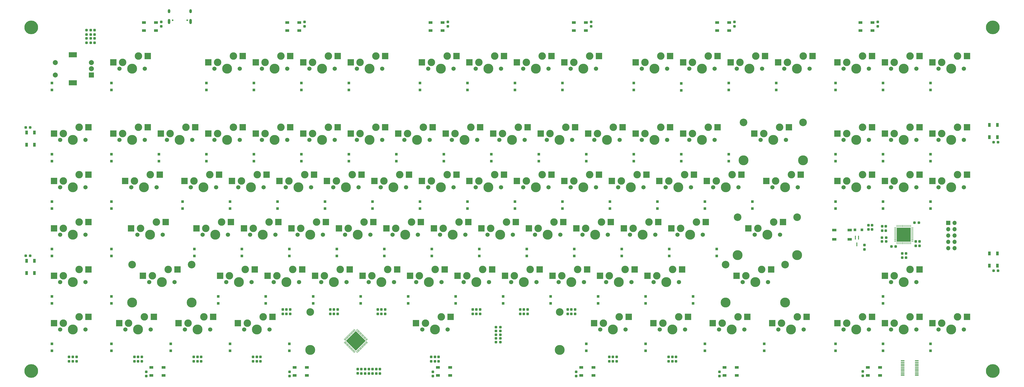
<source format=gbr>
%TF.GenerationSoftware,KiCad,Pcbnew,(6.0.4)*%
%TF.CreationDate,2022-07-07T12:58:29-04:00*%
%TF.ProjectId,Uranium,5572616e-6975-46d2-9e6b-696361645f70,rev?*%
%TF.SameCoordinates,Original*%
%TF.FileFunction,Soldermask,Bot*%
%TF.FilePolarity,Negative*%
%FSLAX46Y46*%
G04 Gerber Fmt 4.6, Leading zero omitted, Abs format (unit mm)*
G04 Created by KiCad (PCBNEW (6.0.4)) date 2022-07-07 12:58:29*
%MOMM*%
%LPD*%
G01*
G04 APERTURE LIST*
G04 Aperture macros list*
%AMRoundRect*
0 Rectangle with rounded corners*
0 $1 Rounding radius*
0 $2 $3 $4 $5 $6 $7 $8 $9 X,Y pos of 4 corners*
0 Add a 4 corners polygon primitive as box body*
4,1,4,$2,$3,$4,$5,$6,$7,$8,$9,$2,$3,0*
0 Add four circle primitives for the rounded corners*
1,1,$1+$1,$2,$3*
1,1,$1+$1,$4,$5*
1,1,$1+$1,$6,$7*
1,1,$1+$1,$8,$9*
0 Add four rect primitives between the rounded corners*
20,1,$1+$1,$2,$3,$4,$5,0*
20,1,$1+$1,$4,$5,$6,$7,0*
20,1,$1+$1,$6,$7,$8,$9,0*
20,1,$1+$1,$8,$9,$2,$3,0*%
%AMRotRect*
0 Rectangle, with rotation*
0 The origin of the aperture is its center*
0 $1 length*
0 $2 width*
0 $3 Rotation angle, in degrees counterclockwise*
0 Add horizontal line*
21,1,$1,$2,0,0,$3*%
G04 Aperture macros list end*
%ADD10C,3.000000*%
%ADD11C,1.701800*%
%ADD12C,3.987800*%
%ADD13R,2.550000X2.500000*%
%ADD14C,3.048000*%
%ADD15C,3.600000*%
%ADD16C,5.500000*%
%ADD17R,1.700000X1.700000*%
%ADD18O,1.700000X1.700000*%
%ADD19R,2.000000X2.000000*%
%ADD20C,2.000000*%
%ADD21R,3.200000X2.000000*%
%ADD22C,0.650000*%
%ADD23O,1.000000X1.600000*%
%ADD24O,1.000000X2.100000*%
%ADD25R,1.100000X1.100000*%
%ADD26RoundRect,0.237500X-0.237500X0.287500X-0.237500X-0.287500X0.237500X-0.287500X0.237500X0.287500X0*%
%ADD27RoundRect,0.237500X-0.287500X-0.237500X0.287500X-0.237500X0.287500X0.237500X-0.287500X0.237500X0*%
%ADD28RoundRect,0.237500X0.237500X-0.287500X0.237500X0.287500X-0.237500X0.287500X-0.237500X-0.287500X0*%
%ADD29R,1.500000X1.000000*%
%ADD30RoundRect,0.237500X0.287500X0.237500X-0.287500X0.237500X-0.287500X-0.237500X0.287500X-0.237500X0*%
%ADD31RoundRect,0.100000X0.637500X0.100000X-0.637500X0.100000X-0.637500X-0.100000X0.637500X-0.100000X0*%
%ADD32R,1.000000X1.500000*%
%ADD33RotRect,0.200000X0.850000X45.000000*%
%ADD34RotRect,0.200000X0.850000X135.000000*%
%ADD35RotRect,5.550000X5.550000X135.000000*%
%ADD36R,1.800000X1.100000*%
%ADD37RoundRect,0.062500X-0.375000X-0.062500X0.375000X-0.062500X0.375000X0.062500X-0.375000X0.062500X0*%
%ADD38RoundRect,0.062500X-0.062500X-0.375000X0.062500X-0.375000X0.062500X0.375000X-0.062500X0.375000X0*%
%ADD39R,5.600000X5.600000*%
%ADD40R,0.450000X1.500000*%
G04 APERTURE END LIST*
D10*
%TO.C,K62*%
X469265000Y-209232500D03*
D11*
X471805000Y-214312500D03*
D10*
X462915000Y-211772500D03*
D12*
X466725000Y-214312500D03*
D11*
X461645000Y-214312500D03*
D13*
X473015000Y-209232500D03*
X459165000Y-211772500D03*
%TD*%
D12*
%TO.C,K83*%
X326231250Y-252412500D03*
D10*
X328771250Y-247332500D03*
X322421250Y-249872500D03*
D11*
X321151250Y-252412500D03*
X331311250Y-252412500D03*
D13*
X332521250Y-247332500D03*
X318671250Y-249872500D03*
%TD*%
D11*
%TO.C,K42*%
X428942500Y-195262500D03*
D10*
X420052500Y-192722500D03*
X426402500Y-190182500D03*
D11*
X418782500Y-195262500D03*
D12*
X423862500Y-195262500D03*
D13*
X430152500Y-190182500D03*
X416302500Y-192722500D03*
%TD*%
D11*
%TO.C,K81*%
X271145000Y-252412500D03*
D12*
X276225000Y-252412500D03*
D11*
X281305000Y-252412500D03*
D10*
X278765000Y-247332500D03*
X272415000Y-249872500D03*
D13*
X282515000Y-247332500D03*
X268665000Y-249872500D03*
%TD*%
D12*
%TO.C,K2*%
X338137500Y-147637500D03*
D11*
X333057500Y-147637500D03*
D10*
X340677500Y-142557500D03*
X334327500Y-145097500D03*
D11*
X343217500Y-147637500D03*
D13*
X344427500Y-142557500D03*
X330577500Y-145097500D03*
%TD*%
D11*
%TO.C,K71*%
X386080000Y-233362500D03*
D10*
X383540000Y-228282500D03*
D12*
X381000000Y-233362500D03*
D10*
X377190000Y-230822500D03*
D11*
X375920000Y-233362500D03*
D13*
X387290000Y-228282500D03*
X373440000Y-230822500D03*
%TD*%
D11*
%TO.C,K31*%
X552132500Y-176212500D03*
X562292500Y-176212500D03*
D12*
X545274500Y-184467500D03*
D10*
X553402500Y-173672500D03*
X559752500Y-171132500D03*
D14*
X569150500Y-169227500D03*
X545274500Y-169227500D03*
D12*
X569150500Y-184467500D03*
X557212500Y-176212500D03*
D13*
X563502500Y-171132500D03*
X549652500Y-173672500D03*
%TD*%
D10*
%TO.C,K3*%
X353377500Y-145097500D03*
D11*
X352107500Y-147637500D03*
D12*
X357187500Y-147637500D03*
D10*
X359727500Y-142557500D03*
D11*
X362267500Y-147637500D03*
D13*
X363477500Y-142557500D03*
X349627500Y-145097500D03*
%TD*%
D11*
%TO.C,K12*%
X542607500Y-147637500D03*
D10*
X543877500Y-145097500D03*
D12*
X547687500Y-147637500D03*
D10*
X550227500Y-142557500D03*
D11*
X552767500Y-147637500D03*
D13*
X553977500Y-142557500D03*
X540127500Y-145097500D03*
%TD*%
D10*
%TO.C,K45*%
X483552500Y-190182500D03*
X477202500Y-192722500D03*
D12*
X481012500Y-195262500D03*
D11*
X475932500Y-195262500D03*
X486092500Y-195262500D03*
D13*
X487302500Y-190182500D03*
X473452500Y-192722500D03*
%TD*%
D10*
%TO.C,K41*%
X401002500Y-192722500D03*
D11*
X399732500Y-195262500D03*
D12*
X404812500Y-195262500D03*
D10*
X407352500Y-190182500D03*
D11*
X409892500Y-195262500D03*
D13*
X411102500Y-190182500D03*
X397252500Y-192722500D03*
%TD*%
D12*
%TO.C,K28*%
X490537500Y-176212500D03*
D11*
X485457500Y-176212500D03*
X495617500Y-176212500D03*
D10*
X493077500Y-171132500D03*
X486727500Y-173672500D03*
D13*
X496827500Y-171132500D03*
X482977500Y-173672500D03*
%TD*%
D12*
%TO.C,K44*%
X461962500Y-195262500D03*
D10*
X464502500Y-190182500D03*
X458152500Y-192722500D03*
D11*
X467042500Y-195262500D03*
X456882500Y-195262500D03*
D13*
X468252500Y-190182500D03*
X454402500Y-192722500D03*
%TD*%
D11*
%TO.C,K4*%
X371157500Y-147637500D03*
D12*
X376237500Y-147637500D03*
D10*
X372427500Y-145097500D03*
D11*
X381317500Y-147637500D03*
D10*
X378777500Y-142557500D03*
D13*
X382527500Y-142557500D03*
X368677500Y-145097500D03*
%TD*%
D15*
%TO.C,H3*%
X259556250Y-269081250D03*
D16*
X259556250Y-269081250D03*
%TD*%
D11*
%TO.C,K74*%
X433070000Y-233362500D03*
D12*
X438150000Y-233362500D03*
D10*
X440690000Y-228282500D03*
X434340000Y-230822500D03*
D11*
X443230000Y-233362500D03*
D13*
X444440000Y-228282500D03*
X430590000Y-230822500D03*
%TD*%
D10*
%TO.C,K9*%
X483552500Y-142557500D03*
D11*
X475932500Y-147637500D03*
D12*
X481012500Y-147637500D03*
D11*
X486092500Y-147637500D03*
D10*
X477202500Y-145097500D03*
D13*
X487302500Y-142557500D03*
X473452500Y-145097500D03*
%TD*%
D15*
%TO.C,H4*%
X645318750Y-269081250D03*
D16*
X645318750Y-269081250D03*
%TD*%
D11*
%TO.C,K90*%
X585470000Y-252412500D03*
D10*
X593090000Y-247332500D03*
D12*
X590550000Y-252412500D03*
D11*
X595630000Y-252412500D03*
D10*
X586740000Y-249872500D03*
D13*
X596840000Y-247332500D03*
X582990000Y-249872500D03*
%TD*%
D17*
%TO.C,J1*%
X627459375Y-209550000D03*
D18*
X629999375Y-209550000D03*
X627459375Y-212090000D03*
X629999375Y-212090000D03*
X627459375Y-214630000D03*
X629999375Y-214630000D03*
X627459375Y-217170000D03*
X629999375Y-217170000D03*
X627459375Y-219710000D03*
X629999375Y-219710000D03*
%TD*%
D11*
%TO.C,K36*%
X299720000Y-195262500D03*
X309880000Y-195262500D03*
D12*
X304800000Y-195262500D03*
D10*
X300990000Y-192722500D03*
X307340000Y-190182500D03*
D13*
X311090000Y-190182500D03*
X297240000Y-192722500D03*
%TD*%
D10*
%TO.C,K49*%
X564515000Y-190182500D03*
D11*
X567055000Y-195262500D03*
X556895000Y-195262500D03*
D10*
X558165000Y-192722500D03*
D12*
X561975000Y-195262500D03*
D13*
X568265000Y-190182500D03*
X554415000Y-192722500D03*
%TD*%
D12*
%TO.C,K6*%
X423862500Y-147637500D03*
D10*
X420052500Y-145097500D03*
D11*
X428942500Y-147637500D03*
D10*
X426402500Y-142557500D03*
D11*
X418782500Y-147637500D03*
D13*
X430152500Y-142557500D03*
X416302500Y-145097500D03*
%TD*%
D10*
%TO.C,K19*%
X315277500Y-173672500D03*
X321627500Y-171132500D03*
D11*
X324167500Y-176212500D03*
X314007500Y-176212500D03*
D12*
X319087500Y-176212500D03*
D13*
X325377500Y-171132500D03*
X311527500Y-173672500D03*
%TD*%
D12*
%TO.C,K87*%
X516731250Y-252412500D03*
D11*
X521811250Y-252412500D03*
D10*
X512921250Y-249872500D03*
D11*
X511651250Y-252412500D03*
D10*
X519271250Y-247332500D03*
D13*
X523021250Y-247332500D03*
X509171250Y-249872500D03*
%TD*%
D10*
%TO.C,K80*%
X612140000Y-228282500D03*
D11*
X604520000Y-233362500D03*
D10*
X605790000Y-230822500D03*
D12*
X609600000Y-233362500D03*
D11*
X614680000Y-233362500D03*
D13*
X615890000Y-228282500D03*
X602040000Y-230822500D03*
%TD*%
D10*
%TO.C,K47*%
X515302500Y-192722500D03*
X521652500Y-190182500D03*
D11*
X524192500Y-195262500D03*
X514032500Y-195262500D03*
D12*
X519112500Y-195262500D03*
D13*
X525402500Y-190182500D03*
X511552500Y-192722500D03*
%TD*%
D10*
%TO.C,K14*%
X593090000Y-142557500D03*
D11*
X595630000Y-147637500D03*
D12*
X590550000Y-147637500D03*
D10*
X586740000Y-145097500D03*
D11*
X585470000Y-147637500D03*
D13*
X596840000Y-142557500D03*
X582990000Y-145097500D03*
%TD*%
D10*
%TO.C,K66*%
X551021250Y-211772500D03*
X557371250Y-209232500D03*
D11*
X559911250Y-214312500D03*
D14*
X542893250Y-207327500D03*
D12*
X566769250Y-222567500D03*
D14*
X566769250Y-207327500D03*
D11*
X549751250Y-214312500D03*
D12*
X542893250Y-222567500D03*
X554831250Y-214312500D03*
D13*
X561121250Y-209232500D03*
X547271250Y-211772500D03*
%TD*%
D10*
%TO.C,K91*%
X605790000Y-249872500D03*
D11*
X614680000Y-252412500D03*
D12*
X609600000Y-252412500D03*
D11*
X604520000Y-252412500D03*
D10*
X612140000Y-247332500D03*
D13*
X615890000Y-247332500D03*
X602040000Y-249872500D03*
%TD*%
D16*
%TO.C,H2*%
X645318750Y-130968750D03*
D15*
X645318750Y-130968750D03*
%TD*%
D12*
%TO.C,K56*%
X352425000Y-214312500D03*
D10*
X354965000Y-209232500D03*
D11*
X357505000Y-214312500D03*
X347345000Y-214312500D03*
D10*
X348615000Y-211772500D03*
D13*
X358715000Y-209232500D03*
X344865000Y-211772500D03*
%TD*%
D10*
%TO.C,K78*%
X516890000Y-228282500D03*
X510540000Y-230822500D03*
D11*
X509270000Y-233362500D03*
X519430000Y-233362500D03*
D12*
X514350000Y-233362500D03*
D13*
X520640000Y-228282500D03*
X506790000Y-230822500D03*
%TD*%
D10*
%TO.C,K54*%
X309721250Y-209232500D03*
D11*
X312261250Y-214312500D03*
X302101250Y-214312500D03*
D12*
X307181250Y-214312500D03*
D10*
X303371250Y-211772500D03*
D13*
X313471250Y-209232500D03*
X299621250Y-211772500D03*
%TD*%
D11*
%TO.C,K67*%
X281305000Y-233362500D03*
X271145000Y-233362500D03*
D10*
X272415000Y-230822500D03*
D12*
X276225000Y-233362500D03*
D10*
X278765000Y-228282500D03*
D13*
X282515000Y-228282500D03*
X268665000Y-230822500D03*
%TD*%
D11*
%TO.C,K15*%
X604520000Y-147637500D03*
D10*
X605790000Y-145097500D03*
D11*
X614680000Y-147637500D03*
D10*
X612140000Y-142557500D03*
D12*
X609600000Y-147637500D03*
D13*
X615890000Y-142557500D03*
X602040000Y-145097500D03*
%TD*%
D15*
%TO.C,H1*%
X259556250Y-130968750D03*
D16*
X259556250Y-130968750D03*
%TD*%
D10*
%TO.C,K38*%
X343852500Y-192722500D03*
X350202500Y-190182500D03*
D11*
X352742500Y-195262500D03*
X342582500Y-195262500D03*
D12*
X347662500Y-195262500D03*
D13*
X353952500Y-190182500D03*
X340102500Y-192722500D03*
%TD*%
D12*
%TO.C,K69*%
X342900000Y-233362500D03*
D10*
X345440000Y-228282500D03*
D11*
X337820000Y-233362500D03*
X347980000Y-233362500D03*
D10*
X339090000Y-230822500D03*
D13*
X349190000Y-228282500D03*
X335340000Y-230822500D03*
%TD*%
D10*
%TO.C,K51*%
X605790000Y-192722500D03*
X612140000Y-190182500D03*
D11*
X614680000Y-195262500D03*
D12*
X609600000Y-195262500D03*
D11*
X604520000Y-195262500D03*
D13*
X615890000Y-190182500D03*
X602040000Y-192722500D03*
%TD*%
D10*
%TO.C,K29*%
X505777500Y-173672500D03*
D11*
X514667500Y-176212500D03*
X504507500Y-176212500D03*
D10*
X512127500Y-171132500D03*
D12*
X509587500Y-176212500D03*
D13*
X515877500Y-171132500D03*
X502027500Y-173672500D03*
%TD*%
D12*
%TO.C,K23*%
X395287500Y-176212500D03*
D11*
X390207500Y-176212500D03*
D10*
X397827500Y-171132500D03*
D11*
X400367500Y-176212500D03*
D10*
X391477500Y-173672500D03*
D13*
X401577500Y-171132500D03*
X387727500Y-173672500D03*
%TD*%
D10*
%TO.C,K55*%
X335915000Y-209232500D03*
X329565000Y-211772500D03*
D11*
X338455000Y-214312500D03*
X328295000Y-214312500D03*
D12*
X333375000Y-214312500D03*
D13*
X339665000Y-209232500D03*
X325815000Y-211772500D03*
%TD*%
D10*
%TO.C,K70*%
X364490000Y-228282500D03*
D11*
X367030000Y-233362500D03*
X356870000Y-233362500D03*
D12*
X361950000Y-233362500D03*
D10*
X358140000Y-230822500D03*
D13*
X368240000Y-228282500D03*
X354390000Y-230822500D03*
%TD*%
D10*
%TO.C,K68*%
X314483750Y-228282500D03*
X308133750Y-230822500D03*
D12*
X300005750Y-241617500D03*
X311943750Y-233362500D03*
D11*
X306863750Y-233362500D03*
X317023750Y-233362500D03*
D14*
X300005750Y-226377500D03*
X323881750Y-226377500D03*
D12*
X323881750Y-241617500D03*
D13*
X318233750Y-228282500D03*
X304383750Y-230822500D03*
%TD*%
D12*
%TO.C,K8*%
X461962500Y-147637500D03*
D10*
X464502500Y-142557500D03*
D11*
X467042500Y-147637500D03*
D10*
X458152500Y-145097500D03*
D11*
X456882500Y-147637500D03*
D13*
X468252500Y-142557500D03*
X454402500Y-145097500D03*
%TD*%
D12*
%TO.C,K58*%
X390525000Y-214312500D03*
D10*
X386715000Y-211772500D03*
D11*
X385445000Y-214312500D03*
X395605000Y-214312500D03*
D10*
X393065000Y-209232500D03*
D13*
X396815000Y-209232500D03*
X382965000Y-211772500D03*
%TD*%
D19*
%TO.C,SW2*%
X283725000Y-150137500D03*
D20*
X283725000Y-145137500D03*
X283725000Y-147637500D03*
D21*
X276225000Y-142037500D03*
X276225000Y-153237500D03*
D20*
X269225000Y-145137500D03*
X269225000Y-150137500D03*
%TD*%
D10*
%TO.C,K40*%
X381952500Y-192722500D03*
X388302500Y-190182500D03*
D11*
X380682500Y-195262500D03*
D12*
X385762500Y-195262500D03*
D11*
X390842500Y-195262500D03*
D13*
X392052500Y-190182500D03*
X378202500Y-192722500D03*
%TD*%
D10*
%TO.C,K20*%
X334327500Y-173672500D03*
D11*
X333057500Y-176212500D03*
D10*
X340677500Y-171132500D03*
D11*
X343217500Y-176212500D03*
D12*
X338137500Y-176212500D03*
D13*
X344427500Y-171132500D03*
X330577500Y-173672500D03*
%TD*%
D10*
%TO.C,K1*%
X296227500Y-145097500D03*
X302577500Y-142557500D03*
D11*
X305117500Y-147637500D03*
D12*
X300037500Y-147637500D03*
D11*
X294957500Y-147637500D03*
D13*
X306327500Y-142557500D03*
X292477500Y-145097500D03*
%TD*%
D10*
%TO.C,K59*%
X412115000Y-209232500D03*
D11*
X414655000Y-214312500D03*
D12*
X409575000Y-214312500D03*
D10*
X405765000Y-211772500D03*
D11*
X404495000Y-214312500D03*
D13*
X415865000Y-209232500D03*
X402015000Y-211772500D03*
%TD*%
D10*
%TO.C,K16*%
X631190000Y-142557500D03*
D11*
X633730000Y-147637500D03*
D12*
X628650000Y-147637500D03*
D11*
X623570000Y-147637500D03*
D10*
X624840000Y-145097500D03*
D13*
X634940000Y-142557500D03*
X621090000Y-145097500D03*
%TD*%
D10*
%TO.C,K21*%
X353377500Y-173672500D03*
D11*
X352107500Y-176212500D03*
D12*
X357187500Y-176212500D03*
D10*
X359727500Y-171132500D03*
D11*
X362267500Y-176212500D03*
D13*
X363477500Y-171132500D03*
X349627500Y-173672500D03*
%TD*%
D22*
%TO.C,J2*%
X316310000Y-128100000D03*
X322090000Y-128100000D03*
D23*
X314880000Y-124450000D03*
D24*
X314880000Y-128630000D03*
X323520000Y-128630000D03*
D23*
X323520000Y-124450000D03*
%TD*%
D11*
%TO.C,K25*%
X438467500Y-176212500D03*
D10*
X435927500Y-171132500D03*
D11*
X428307500Y-176212500D03*
D12*
X433387500Y-176212500D03*
D10*
X429577500Y-173672500D03*
D13*
X439677500Y-171132500D03*
X425827500Y-173672500D03*
%TD*%
D11*
%TO.C,K10*%
X514667500Y-147637500D03*
D12*
X509587500Y-147637500D03*
D10*
X512127500Y-142557500D03*
D11*
X504507500Y-147637500D03*
D10*
X505777500Y-145097500D03*
D13*
X515877500Y-142557500D03*
X502027500Y-145097500D03*
%TD*%
D10*
%TO.C,K61*%
X450215000Y-209232500D03*
D11*
X452755000Y-214312500D03*
X442595000Y-214312500D03*
D10*
X443865000Y-211772500D03*
D12*
X447675000Y-214312500D03*
D13*
X453965000Y-209232500D03*
X440115000Y-211772500D03*
%TD*%
D11*
%TO.C,K48*%
X543242500Y-195262500D03*
X533082500Y-195262500D03*
D10*
X540702500Y-190182500D03*
D12*
X538162500Y-195262500D03*
D10*
X534352500Y-192722500D03*
D13*
X544452500Y-190182500D03*
X530602500Y-192722500D03*
%TD*%
D10*
%TO.C,K7*%
X439102500Y-145097500D03*
D11*
X437832500Y-147637500D03*
D10*
X445452500Y-142557500D03*
D11*
X447992500Y-147637500D03*
D12*
X442912500Y-147637500D03*
D13*
X449202500Y-142557500D03*
X435352500Y-145097500D03*
%TD*%
D11*
%TO.C,K50*%
X585470000Y-195262500D03*
D12*
X590550000Y-195262500D03*
D10*
X593090000Y-190182500D03*
X586740000Y-192722500D03*
D11*
X595630000Y-195262500D03*
D13*
X596840000Y-190182500D03*
X582990000Y-192722500D03*
%TD*%
D10*
%TO.C,K33*%
X612140000Y-171132500D03*
X605790000Y-173672500D03*
D12*
X609600000Y-176212500D03*
D11*
X604520000Y-176212500D03*
X614680000Y-176212500D03*
D13*
X615890000Y-171132500D03*
X602040000Y-173672500D03*
%TD*%
D12*
%TO.C,K27*%
X471487500Y-176212500D03*
D10*
X474027500Y-171132500D03*
D11*
X476567500Y-176212500D03*
D10*
X467677500Y-173672500D03*
D11*
X466407500Y-176212500D03*
D13*
X477777500Y-171132500D03*
X463927500Y-173672500D03*
%TD*%
D10*
%TO.C,K77*%
X491490000Y-230822500D03*
X497840000Y-228282500D03*
D12*
X495300000Y-233362500D03*
D11*
X490220000Y-233362500D03*
X500380000Y-233362500D03*
D13*
X501590000Y-228282500D03*
X487740000Y-230822500D03*
%TD*%
D11*
%TO.C,K26*%
X447357500Y-176212500D03*
D10*
X448627500Y-173672500D03*
D12*
X452437500Y-176212500D03*
D11*
X457517500Y-176212500D03*
D10*
X454977500Y-171132500D03*
D13*
X458727500Y-171132500D03*
X444877500Y-173672500D03*
%TD*%
D12*
%TO.C,K84*%
X350043750Y-252412500D03*
D10*
X346233750Y-249872500D03*
D11*
X344963750Y-252412500D03*
D10*
X352583750Y-247332500D03*
D11*
X355123750Y-252412500D03*
D13*
X356333750Y-247332500D03*
X342483750Y-249872500D03*
%TD*%
D10*
%TO.C,K75*%
X453390000Y-230822500D03*
D12*
X457200000Y-233362500D03*
D11*
X462280000Y-233362500D03*
X452120000Y-233362500D03*
D10*
X459740000Y-228282500D03*
D13*
X463490000Y-228282500D03*
X449640000Y-230822500D03*
%TD*%
D10*
%TO.C,K18*%
X296227500Y-173672500D03*
D11*
X294957500Y-176212500D03*
X305117500Y-176212500D03*
D10*
X302577500Y-171132500D03*
D12*
X300037500Y-176212500D03*
D13*
X306327500Y-171132500D03*
X292477500Y-173672500D03*
%TD*%
D12*
%TO.C,K32*%
X590550000Y-176212500D03*
D11*
X595630000Y-176212500D03*
D10*
X586740000Y-173672500D03*
D11*
X585470000Y-176212500D03*
D10*
X593090000Y-171132500D03*
D13*
X596840000Y-171132500D03*
X582990000Y-173672500D03*
%TD*%
D11*
%TO.C,K52*%
X623570000Y-195262500D03*
X633730000Y-195262500D03*
D10*
X624840000Y-192722500D03*
D12*
X628650000Y-195262500D03*
D10*
X631190000Y-190182500D03*
D13*
X634940000Y-190182500D03*
X621090000Y-192722500D03*
%TD*%
D11*
%TO.C,K65*%
X518795000Y-214312500D03*
X528955000Y-214312500D03*
D10*
X526415000Y-209232500D03*
D12*
X523875000Y-214312500D03*
D10*
X520065000Y-211772500D03*
D13*
X530165000Y-209232500D03*
X516315000Y-211772500D03*
%TD*%
D10*
%TO.C,K43*%
X445452500Y-190182500D03*
D11*
X447992500Y-195262500D03*
D12*
X442912500Y-195262500D03*
D11*
X437832500Y-195262500D03*
D10*
X439102500Y-192722500D03*
D13*
X449202500Y-190182500D03*
X435352500Y-192722500D03*
%TD*%
D11*
%TO.C,K30*%
X523557500Y-176212500D03*
D12*
X528637500Y-176212500D03*
D10*
X531177500Y-171132500D03*
D11*
X533717500Y-176212500D03*
D10*
X524827500Y-173672500D03*
D13*
X534927500Y-171132500D03*
X521077500Y-173672500D03*
%TD*%
D11*
%TO.C,K73*%
X414020000Y-233362500D03*
D12*
X419100000Y-233362500D03*
D11*
X424180000Y-233362500D03*
D10*
X415290000Y-230822500D03*
X421640000Y-228282500D03*
D13*
X425390000Y-228282500D03*
X411540000Y-230822500D03*
%TD*%
D14*
%TO.C,K85*%
X471519250Y-245427500D03*
X371443250Y-245427500D03*
D11*
X416401250Y-252412500D03*
X426561250Y-252412500D03*
D10*
X424021250Y-247332500D03*
D12*
X371443250Y-260667500D03*
D10*
X417671250Y-249872500D03*
D12*
X421481250Y-252412500D03*
X471519250Y-260667500D03*
D13*
X427771250Y-247332500D03*
X413921250Y-249872500D03*
%TD*%
D11*
%TO.C,K63*%
X490855000Y-214312500D03*
D10*
X488315000Y-209232500D03*
X481965000Y-211772500D03*
D11*
X480695000Y-214312500D03*
D12*
X485775000Y-214312500D03*
D13*
X492065000Y-209232500D03*
X478215000Y-211772500D03*
%TD*%
D12*
%TO.C,K11*%
X528637500Y-147637500D03*
D10*
X531177500Y-142557500D03*
X524827500Y-145097500D03*
D11*
X523557500Y-147637500D03*
X533717500Y-147637500D03*
D13*
X534927500Y-142557500D03*
X521077500Y-145097500D03*
%TD*%
D11*
%TO.C,K24*%
X409257500Y-176212500D03*
D12*
X414337500Y-176212500D03*
D10*
X410527500Y-173672500D03*
X416877500Y-171132500D03*
D11*
X419417500Y-176212500D03*
D13*
X420627500Y-171132500D03*
X406777500Y-173672500D03*
%TD*%
D11*
%TO.C,K17*%
X281305000Y-176212500D03*
X271145000Y-176212500D03*
D10*
X272415000Y-173672500D03*
D12*
X276225000Y-176212500D03*
D10*
X278765000Y-171132500D03*
D13*
X282515000Y-171132500D03*
X268665000Y-173672500D03*
%TD*%
D10*
%TO.C,K34*%
X624840000Y-173672500D03*
X631190000Y-171132500D03*
D12*
X628650000Y-176212500D03*
D11*
X623570000Y-176212500D03*
X633730000Y-176212500D03*
D13*
X634940000Y-171132500D03*
X621090000Y-173672500D03*
%TD*%
D10*
%TO.C,K37*%
X324802500Y-192722500D03*
D11*
X323532500Y-195262500D03*
D12*
X328612500Y-195262500D03*
D10*
X331152500Y-190182500D03*
D11*
X333692500Y-195262500D03*
D13*
X334902500Y-190182500D03*
X321052500Y-192722500D03*
%TD*%
D12*
%TO.C,K57*%
X371475000Y-214312500D03*
D11*
X366395000Y-214312500D03*
X376555000Y-214312500D03*
D10*
X374015000Y-209232500D03*
X367665000Y-211772500D03*
D13*
X377765000Y-209232500D03*
X363915000Y-211772500D03*
%TD*%
D11*
%TO.C,K46*%
X505142500Y-195262500D03*
D12*
X500062500Y-195262500D03*
D11*
X494982500Y-195262500D03*
D10*
X496252500Y-192722500D03*
X502602500Y-190182500D03*
D13*
X506352500Y-190182500D03*
X492502500Y-192722500D03*
%TD*%
D10*
%TO.C,K39*%
X369252500Y-190182500D03*
X362902500Y-192722500D03*
D12*
X366712500Y-195262500D03*
D11*
X371792500Y-195262500D03*
X361632500Y-195262500D03*
D13*
X373002500Y-190182500D03*
X359152500Y-192722500D03*
%TD*%
D10*
%TO.C,K64*%
X501015000Y-211772500D03*
D12*
X504825000Y-214312500D03*
D11*
X499745000Y-214312500D03*
X509905000Y-214312500D03*
D10*
X507365000Y-209232500D03*
D13*
X511115000Y-209232500D03*
X497265000Y-211772500D03*
%TD*%
D12*
%TO.C,K72*%
X400050000Y-233362500D03*
D11*
X394970000Y-233362500D03*
D10*
X402590000Y-228282500D03*
D11*
X405130000Y-233362500D03*
D10*
X396240000Y-230822500D03*
D13*
X406340000Y-228282500D03*
X392490000Y-230822500D03*
%TD*%
D10*
%TO.C,K86*%
X489108750Y-249872500D03*
D11*
X497998750Y-252412500D03*
D10*
X495458750Y-247332500D03*
D12*
X492918750Y-252412500D03*
D11*
X487838750Y-252412500D03*
D13*
X499208750Y-247332500D03*
X485358750Y-249872500D03*
%TD*%
D10*
%TO.C,K13*%
X562927500Y-145097500D03*
D11*
X571817500Y-147637500D03*
D12*
X566737500Y-147637500D03*
D10*
X569277500Y-142557500D03*
D11*
X561657500Y-147637500D03*
D13*
X573027500Y-142557500D03*
X559177500Y-145097500D03*
%TD*%
D10*
%TO.C,K53*%
X272415000Y-211772500D03*
X278765000Y-209232500D03*
D11*
X281305000Y-214312500D03*
X271145000Y-214312500D03*
D12*
X276225000Y-214312500D03*
D13*
X282515000Y-209232500D03*
X268665000Y-211772500D03*
%TD*%
D10*
%TO.C,K22*%
X372427500Y-173672500D03*
D12*
X376237500Y-176212500D03*
D11*
X381317500Y-176212500D03*
X371157500Y-176212500D03*
D10*
X378777500Y-171132500D03*
D13*
X382527500Y-171132500D03*
X368677500Y-173672500D03*
%TD*%
D12*
%TO.C,K79*%
X562006750Y-241617500D03*
X550068750Y-233362500D03*
D11*
X544988750Y-233362500D03*
D14*
X538130750Y-226377500D03*
D12*
X538130750Y-241617500D03*
D11*
X555148750Y-233362500D03*
D10*
X552608750Y-228282500D03*
D14*
X562006750Y-226377500D03*
D10*
X546258750Y-230822500D03*
D13*
X556358750Y-228282500D03*
X542508750Y-230822500D03*
%TD*%
D11*
%TO.C,K92*%
X633730000Y-252412500D03*
X623570000Y-252412500D03*
D10*
X624840000Y-249872500D03*
D12*
X628650000Y-252412500D03*
D10*
X631190000Y-247332500D03*
D13*
X634940000Y-247332500D03*
X621090000Y-249872500D03*
%TD*%
D11*
%TO.C,K35*%
X281305000Y-195262500D03*
D12*
X276225000Y-195262500D03*
D11*
X271145000Y-195262500D03*
D10*
X272415000Y-192722500D03*
X278765000Y-190182500D03*
D13*
X282515000Y-190182500D03*
X268665000Y-192722500D03*
%TD*%
D10*
%TO.C,K88*%
X536733750Y-249872500D03*
X543083750Y-247332500D03*
D12*
X540543750Y-252412500D03*
D11*
X545623750Y-252412500D03*
X535463750Y-252412500D03*
D13*
X546833750Y-247332500D03*
X532983750Y-249872500D03*
%TD*%
D12*
%TO.C,K5*%
X395287500Y-147637500D03*
D11*
X390207500Y-147637500D03*
D10*
X397827500Y-142557500D03*
X391477500Y-145097500D03*
D11*
X400367500Y-147637500D03*
D13*
X401577500Y-142557500D03*
X387727500Y-145097500D03*
%TD*%
D11*
%TO.C,K82*%
X297338750Y-252412500D03*
D10*
X304958750Y-247332500D03*
X298608750Y-249872500D03*
D12*
X302418750Y-252412500D03*
D11*
X307498750Y-252412500D03*
D13*
X308708750Y-247332500D03*
X294858750Y-249872500D03*
%TD*%
D11*
%TO.C,K89*%
X569436250Y-252412500D03*
D10*
X560546250Y-249872500D03*
D11*
X559276250Y-252412500D03*
D12*
X564356250Y-252412500D03*
D10*
X566896250Y-247332500D03*
D13*
X570646250Y-247332500D03*
X556796250Y-249872500D03*
%TD*%
D12*
%TO.C,K60*%
X428625000Y-214312500D03*
D11*
X433705000Y-214312500D03*
X423545000Y-214312500D03*
D10*
X424815000Y-211772500D03*
X431165000Y-209232500D03*
D13*
X434915000Y-209232500D03*
X421065000Y-211772500D03*
%TD*%
D12*
%TO.C,K76*%
X476250000Y-233362500D03*
D10*
X472440000Y-230822500D03*
D11*
X471170000Y-233362500D03*
X481330000Y-233362500D03*
D10*
X478790000Y-228282500D03*
D13*
X482540000Y-228282500D03*
X468690000Y-230822500D03*
%TD*%
D25*
%TO.C,D75*%
X372665625Y-241906250D03*
X372665625Y-239106250D03*
%TD*%
%TO.C,D61*%
X363140625Y-222856250D03*
X363140625Y-220056250D03*
%TD*%
%TO.C,D23*%
X310753125Y-184756250D03*
X310753125Y-181956250D03*
%TD*%
D26*
%TO.C,C10*%
X615895000Y-217025000D03*
X615895000Y-218775000D03*
%TD*%
D25*
%TO.C,D9*%
X386953125Y-156181250D03*
X386953125Y-153381250D03*
%TD*%
%TO.C,D70*%
X534590625Y-222856250D03*
X534590625Y-220056250D03*
%TD*%
D27*
%TO.C,C31*%
X257383750Y-222810459D03*
X259133750Y-222810459D03*
%TD*%
D28*
%TO.C,R23*%
X302418750Y-265193750D03*
X302418750Y-263443750D03*
%TD*%
D25*
%TO.C,D31*%
X463153125Y-184756250D03*
X463153125Y-181956250D03*
%TD*%
%TO.C,D50*%
X491728125Y-203806250D03*
X491728125Y-201006250D03*
%TD*%
D26*
%TO.C,R7*%
X610500000Y-221825000D03*
X610500000Y-223575000D03*
%TD*%
D28*
%TO.C,R31*%
X363450000Y-246143750D03*
X363450000Y-244393750D03*
%TD*%
%TO.C,R47*%
X457200000Y-246143750D03*
X457200000Y-244393750D03*
%TD*%
%TO.C,C27*%
X478171309Y-271158750D03*
X478171309Y-269408750D03*
%TD*%
D26*
%TO.C,R6*%
X284997024Y-135425000D03*
X284997024Y-137175000D03*
%TD*%
D25*
%TO.C,D80*%
X467915625Y-241906250D03*
X467915625Y-239106250D03*
%TD*%
D28*
%TO.C,C28*%
X420681138Y-271158750D03*
X420681138Y-269408750D03*
%TD*%
%TO.C,R44*%
X438150000Y-246143750D03*
X438150000Y-244393750D03*
%TD*%
D29*
%TO.C,D198*%
X597076651Y-129071250D03*
X597076651Y-132271250D03*
X592176651Y-132271250D03*
X592176651Y-129071250D03*
%TD*%
D28*
%TO.C,R43*%
X439650000Y-246143750D03*
X439650000Y-244393750D03*
%TD*%
D30*
%TO.C,C18*%
X447775000Y-253000000D03*
X446025000Y-253000000D03*
%TD*%
D25*
%TO.C,D25*%
X348853125Y-184756250D03*
X348853125Y-181956250D03*
%TD*%
%TO.C,D71*%
X267890625Y-241906250D03*
X267890625Y-239106250D03*
%TD*%
D29*
%TO.C,D202*%
X367115967Y-129071250D03*
X367115967Y-132271250D03*
X362215967Y-132271250D03*
X362215967Y-129071250D03*
%TD*%
D25*
%TO.C,D92*%
X529828125Y-260956250D03*
X529828125Y-258156250D03*
%TD*%
%TO.C,D52*%
X529828125Y-203806250D03*
X529828125Y-201006250D03*
%TD*%
D28*
%TO.C,R39*%
X398543750Y-246143750D03*
X398543750Y-244393750D03*
%TD*%
D25*
%TO.C,D37*%
X601265625Y-184756250D03*
X601265625Y-181956250D03*
%TD*%
D30*
%TO.C,R16*%
X447775000Y-254500000D03*
X446025000Y-254500000D03*
%TD*%
D25*
%TO.C,D8*%
X367903125Y-156181250D03*
X367903125Y-153381250D03*
%TD*%
%TO.C,D78*%
X429815625Y-241906250D03*
X429815625Y-239106250D03*
%TD*%
D28*
%TO.C,R54*%
X491418750Y-265193750D03*
X491418750Y-263443750D03*
%TD*%
%TO.C,C21*%
X395000000Y-270087500D03*
X395000000Y-268337500D03*
%TD*%
%TO.C,R19*%
X277725000Y-265193750D03*
X277725000Y-263443750D03*
%TD*%
D25*
%TO.C,D36*%
X582215625Y-184756250D03*
X582215625Y-181956250D03*
%TD*%
%TO.C,D89*%
X363140625Y-260956250D03*
X363140625Y-258156250D03*
%TD*%
D28*
%TO.C,C25*%
X593176651Y-271058750D03*
X593176651Y-269308750D03*
%TD*%
D25*
%TO.C,D85*%
X267890625Y-260956250D03*
X267890625Y-258156250D03*
%TD*%
D28*
%TO.C,R42*%
X419981250Y-265193750D03*
X419981250Y-263443750D03*
%TD*%
%TO.C,R41*%
X421481250Y-265193750D03*
X421481250Y-263443750D03*
%TD*%
D25*
%TO.C,D73*%
X334565625Y-241906250D03*
X334565625Y-239106250D03*
%TD*%
D28*
%TO.C,C30*%
X305700796Y-271158750D03*
X305700796Y-269408750D03*
%TD*%
D25*
%TO.C,D81*%
X486965625Y-241906250D03*
X486965625Y-239106250D03*
%TD*%
D29*
%TO.C,D203*%
X309625796Y-129071250D03*
X309625796Y-132271250D03*
X304725796Y-132271250D03*
X304725796Y-129071250D03*
%TD*%
D25*
%TO.C,D28*%
X406003125Y-184756250D03*
X406003125Y-181956250D03*
%TD*%
%TO.C,D86*%
X291703125Y-260956250D03*
X291703125Y-258156250D03*
%TD*%
D30*
%TO.C,C40*%
X647396250Y-228785459D03*
X645646250Y-228785459D03*
%TD*%
D25*
%TO.C,D79*%
X448865625Y-241906250D03*
X448865625Y-239106250D03*
%TD*%
D31*
%TO.C,U1*%
X614843750Y-264965625D03*
X614843750Y-265615625D03*
X614843750Y-266265625D03*
X614843750Y-266915625D03*
X614843750Y-267565625D03*
X614843750Y-268215625D03*
X614843750Y-268865625D03*
X614843750Y-269515625D03*
X614843750Y-270165625D03*
X614843750Y-270815625D03*
X609118750Y-270815625D03*
X609118750Y-270165625D03*
X609118750Y-269515625D03*
X609118750Y-268865625D03*
X609118750Y-268215625D03*
X609118750Y-267565625D03*
X609118750Y-266915625D03*
X609118750Y-266265625D03*
X609118750Y-265615625D03*
X609118750Y-264965625D03*
%TD*%
D25*
%TO.C,D13*%
X472678125Y-156181250D03*
X472678125Y-153381250D03*
%TD*%
D29*
%TO.C,D192*%
X480221309Y-270883750D03*
X480221309Y-267683750D03*
X485121309Y-267683750D03*
X485121309Y-270883750D03*
%TD*%
D25*
%TO.C,D46*%
X415528125Y-203806250D03*
X415528125Y-201006250D03*
%TD*%
%TO.C,D1*%
X592787500Y-212359375D03*
X589987500Y-212359375D03*
%TD*%
D32*
%TO.C,D205*%
X647121250Y-226735459D03*
X643921250Y-226735459D03*
X643921250Y-221835459D03*
X647121250Y-221835459D03*
%TD*%
D28*
%TO.C,R18*%
X399400000Y-270087500D03*
X399400000Y-268337500D03*
%TD*%
%TO.C,C20*%
X397956250Y-270087500D03*
X397956250Y-268337500D03*
%TD*%
D25*
%TO.C,D83*%
X525065625Y-241906250D03*
X525065625Y-239106250D03*
%TD*%
D26*
%TO.C,C36*%
X426656138Y-128796250D03*
X426656138Y-130546250D03*
%TD*%
D25*
%TO.C,D38*%
X620315625Y-184756250D03*
X620315625Y-181956250D03*
%TD*%
%TO.C,D41*%
X320278125Y-203806250D03*
X320278125Y-201006250D03*
%TD*%
D33*
%TO.C,U5*%
X394178694Y-257484924D03*
X393895852Y-257767767D03*
X393613009Y-258050610D03*
X393330166Y-258333453D03*
X393047324Y-258616295D03*
X392764481Y-258899138D03*
X392481638Y-259181981D03*
X392198795Y-259464823D03*
X391915953Y-259747666D03*
X391633110Y-260030509D03*
X391350267Y-260313352D03*
X391067425Y-260596194D03*
X390784582Y-260879037D03*
X390501739Y-261161880D03*
X390218896Y-261444722D03*
D34*
X389299658Y-261444722D03*
X389016815Y-261161880D03*
X388733972Y-260879037D03*
X388451129Y-260596194D03*
X388168287Y-260313352D03*
X387885444Y-260030509D03*
X387602601Y-259747666D03*
X387319759Y-259464823D03*
X387036916Y-259181981D03*
X386754073Y-258899138D03*
X386471230Y-258616295D03*
X386188388Y-258333453D03*
X385905545Y-258050610D03*
X385622702Y-257767767D03*
X385339860Y-257484924D03*
D33*
X385339860Y-256565686D03*
X385622702Y-256282843D03*
X385905545Y-256000000D03*
X386188388Y-255717157D03*
X386471230Y-255434315D03*
X386754073Y-255151472D03*
X387036916Y-254868629D03*
X387319759Y-254585787D03*
X387602601Y-254302944D03*
X387885444Y-254020101D03*
X388168287Y-253737258D03*
X388451129Y-253454416D03*
X388733972Y-253171573D03*
X389016815Y-252888730D03*
X389299658Y-252605888D03*
D34*
X390218896Y-252605888D03*
X390501739Y-252888730D03*
X390784582Y-253171573D03*
X391067425Y-253454416D03*
X391350267Y-253737258D03*
X391633110Y-254020101D03*
X391915953Y-254302944D03*
X392198795Y-254585787D03*
X392481638Y-254868629D03*
X392764481Y-255151472D03*
X393047324Y-255434315D03*
X393330166Y-255717157D03*
X393613009Y-256000000D03*
X393895852Y-256282843D03*
X394178694Y-256565686D03*
D35*
X389759277Y-257025305D03*
%TD*%
D28*
%TO.C,C26*%
X535661480Y-271158750D03*
X535661480Y-269408750D03*
%TD*%
D25*
%TO.C,D20*%
X620315625Y-156181250D03*
X620315625Y-153381250D03*
%TD*%
%TO.C,D58*%
X291703125Y-222856250D03*
X291703125Y-220056250D03*
%TD*%
%TO.C,D82*%
X506015625Y-241906250D03*
X506015625Y-239106250D03*
%TD*%
%TO.C,D93*%
X553640625Y-260956250D03*
X553640625Y-258156250D03*
%TD*%
D26*
%TO.C,C35*%
X484146309Y-128796250D03*
X484146309Y-130546250D03*
%TD*%
D28*
%TO.C,R55*%
X518231250Y-265193750D03*
X518231250Y-263443750D03*
%TD*%
D30*
%TO.C,R4*%
X283472024Y-137200000D03*
X281722024Y-137200000D03*
%TD*%
D25*
%TO.C,D19*%
X601265625Y-156181250D03*
X601265625Y-153381250D03*
%TD*%
%TO.C,D87*%
X315515625Y-260956250D03*
X315515625Y-258156250D03*
%TD*%
D30*
%TO.C,C16*%
X602575000Y-217000000D03*
X600825000Y-217000000D03*
%TD*%
D28*
%TO.C,C12*%
X600900000Y-212675000D03*
X600900000Y-210925000D03*
%TD*%
%TO.C,C24*%
X390500000Y-270075000D03*
X390500000Y-268325000D03*
%TD*%
D25*
%TO.C,D60*%
X344090625Y-222856250D03*
X344090625Y-220056250D03*
%TD*%
%TO.C,D88*%
X339328125Y-260956250D03*
X339328125Y-258156250D03*
%TD*%
%TO.C,D65*%
X439340625Y-222856250D03*
X439340625Y-220056250D03*
%TD*%
D28*
%TO.C,R29*%
X350043750Y-265193750D03*
X350043750Y-263443750D03*
%TD*%
D25*
%TO.C,D39*%
X267890625Y-203806250D03*
X267890625Y-201006250D03*
%TD*%
%TO.C,D94*%
X582215625Y-260956250D03*
X582215625Y-258156250D03*
%TD*%
%TO.C,D44*%
X377428125Y-203806250D03*
X377428125Y-201006250D03*
%TD*%
%TO.C,D32*%
X482203125Y-184756250D03*
X482203125Y-181956250D03*
%TD*%
%TO.C,D6*%
X329803125Y-156181250D03*
X329803125Y-153381250D03*
%TD*%
%TO.C,D68*%
X496490625Y-222856250D03*
X496490625Y-220056250D03*
%TD*%
D28*
%TO.C,R27*%
X324731250Y-265193750D03*
X324731250Y-263443750D03*
%TD*%
%TO.C,C29*%
X363190967Y-271158750D03*
X363190967Y-269408750D03*
%TD*%
%TO.C,R30*%
X348543750Y-265193750D03*
X348543750Y-263443750D03*
%TD*%
D29*
%TO.C,D191*%
X537711480Y-270883750D03*
X537711480Y-267683750D03*
X542611480Y-267683750D03*
X542611480Y-270883750D03*
%TD*%
D28*
%TO.C,R5*%
X284997024Y-133875000D03*
X284997024Y-132125000D03*
%TD*%
D36*
%TO.C,SW1*%
X581700000Y-216150000D03*
X587900000Y-216150000D03*
X587900000Y-212450000D03*
X581700000Y-212450000D03*
%TD*%
D32*
%TO.C,D197*%
X257658750Y-173266792D03*
X260858750Y-173266792D03*
X260858750Y-178166792D03*
X257658750Y-178166792D03*
%TD*%
D25*
%TO.C,D91*%
X506015625Y-260956250D03*
X506015625Y-258156250D03*
%TD*%
%TO.C,D34*%
X520303125Y-184756250D03*
X520303125Y-181956250D03*
%TD*%
D28*
%TO.C,R51*%
X474750000Y-246143750D03*
X474750000Y-244393750D03*
%TD*%
%TO.C,R49*%
X477750000Y-246143750D03*
X477750000Y-244393750D03*
%TD*%
%TO.C,C11*%
X602400000Y-212675000D03*
X602400000Y-210925000D03*
%TD*%
D25*
%TO.C,D63*%
X401240625Y-222856250D03*
X401240625Y-220056250D03*
%TD*%
D26*
%TO.C,C33*%
X599126651Y-128796250D03*
X599126651Y-130546250D03*
%TD*%
D30*
%TO.C,C15*%
X615675000Y-209500000D03*
X613925000Y-209500000D03*
%TD*%
D26*
%TO.C,C34*%
X541636480Y-128796250D03*
X541636480Y-130546250D03*
%TD*%
D25*
%TO.C,D27*%
X386953125Y-184756250D03*
X386953125Y-181956250D03*
%TD*%
D29*
%TO.C,D199*%
X539586480Y-129071250D03*
X539586480Y-132271250D03*
X534686480Y-132271250D03*
X534686480Y-129071250D03*
%TD*%
D28*
%TO.C,R48*%
X455700000Y-246143750D03*
X455700000Y-244393750D03*
%TD*%
D25*
%TO.C,D17*%
X558403125Y-156181250D03*
X558403125Y-153381250D03*
%TD*%
%TO.C,D10*%
X415528125Y-156181250D03*
X415528125Y-153381250D03*
%TD*%
D28*
%TO.C,R35*%
X381000000Y-246143750D03*
X381000000Y-244393750D03*
%TD*%
D25*
%TO.C,D64*%
X420290625Y-222856250D03*
X420290625Y-220056250D03*
%TD*%
%TO.C,D90*%
X482203125Y-260956250D03*
X482203125Y-258156250D03*
%TD*%
D29*
%TO.C,D201*%
X424606138Y-129071250D03*
X424606138Y-132271250D03*
X419706138Y-132271250D03*
X419706138Y-129071250D03*
%TD*%
D25*
%TO.C,D69*%
X515540625Y-222856250D03*
X515540625Y-220056250D03*
%TD*%
%TO.C,D67*%
X477440625Y-222856250D03*
X477440625Y-220056250D03*
%TD*%
%TO.C,D76*%
X391715625Y-241906250D03*
X391715625Y-239106250D03*
%TD*%
D28*
%TO.C,R37*%
X401550000Y-246143750D03*
X401550000Y-244393750D03*
%TD*%
D25*
%TO.C,D84*%
X601265625Y-241906250D03*
X601265625Y-239106250D03*
%TD*%
D26*
%TO.C,C9*%
X614395000Y-217025000D03*
X614395000Y-218775000D03*
%TD*%
D25*
%TO.C,D45*%
X396478125Y-203806250D03*
X396478125Y-201006250D03*
%TD*%
D30*
%TO.C,R15*%
X447775000Y-257500000D03*
X446025000Y-257500000D03*
%TD*%
D27*
%TO.C,R3*%
X281722024Y-133900000D03*
X283472024Y-133900000D03*
%TD*%
D28*
%TO.C,R38*%
X400050000Y-246143750D03*
X400050000Y-244393750D03*
%TD*%
D25*
%TO.C,D95*%
X601265625Y-260956250D03*
X601265625Y-258156250D03*
%TD*%
D30*
%TO.C,R14*%
X447775000Y-251500000D03*
X446025000Y-251500000D03*
%TD*%
D25*
%TO.C,D5*%
X291703125Y-156181250D03*
X291703125Y-153381250D03*
%TD*%
%TO.C,D42*%
X339328125Y-203806250D03*
X339328125Y-201006250D03*
%TD*%
D37*
%TO.C,U2*%
X606162500Y-217062500D03*
X606162500Y-216562500D03*
X606162500Y-216062500D03*
X606162500Y-215562500D03*
X606162500Y-215062500D03*
X606162500Y-214562500D03*
X606162500Y-214062500D03*
X606162500Y-213562500D03*
X606162500Y-213062500D03*
X606162500Y-212562500D03*
X606162500Y-212062500D03*
X606162500Y-211562500D03*
D38*
X606850000Y-210875000D03*
X607350000Y-210875000D03*
X607850000Y-210875000D03*
X608350000Y-210875000D03*
X608850000Y-210875000D03*
X609350000Y-210875000D03*
X609850000Y-210875000D03*
X610350000Y-210875000D03*
X610850000Y-210875000D03*
X611350000Y-210875000D03*
X611850000Y-210875000D03*
X612350000Y-210875000D03*
D37*
X613037500Y-211562500D03*
X613037500Y-212062500D03*
X613037500Y-212562500D03*
X613037500Y-213062500D03*
X613037500Y-213562500D03*
X613037500Y-214062500D03*
X613037500Y-214562500D03*
X613037500Y-215062500D03*
X613037500Y-215562500D03*
X613037500Y-216062500D03*
X613037500Y-216562500D03*
X613037500Y-217062500D03*
D38*
X612350000Y-217750000D03*
X611850000Y-217750000D03*
X611350000Y-217750000D03*
X610850000Y-217750000D03*
X610350000Y-217750000D03*
X609850000Y-217750000D03*
X609350000Y-217750000D03*
X608850000Y-217750000D03*
X608350000Y-217750000D03*
X607850000Y-217750000D03*
X607350000Y-217750000D03*
X606850000Y-217750000D03*
D39*
X609600000Y-214312500D03*
%TD*%
D26*
%TO.C,C2*%
X595387500Y-210484375D03*
X595387500Y-212234375D03*
%TD*%
D25*
%TO.C,D49*%
X472678125Y-203806250D03*
X472678125Y-201006250D03*
%TD*%
D28*
%TO.C,R52*%
X494418750Y-265193750D03*
X494418750Y-263443750D03*
%TD*%
D25*
%TO.C,D21*%
X267890625Y-184756250D03*
X267890625Y-181956250D03*
%TD*%
D28*
%TO.C,R22*%
X303918750Y-265193750D03*
X303918750Y-263443750D03*
%TD*%
%TO.C,C22*%
X393500000Y-270087500D03*
X393500000Y-268337500D03*
%TD*%
D25*
%TO.C,D74*%
X353615625Y-241906250D03*
X353615625Y-239106250D03*
%TD*%
D30*
%TO.C,C39*%
X647396250Y-177191792D03*
X645646250Y-177191792D03*
%TD*%
D25*
%TO.C,D55*%
X601265625Y-203806250D03*
X601265625Y-201006250D03*
%TD*%
%TO.C,D26*%
X367903125Y-184756250D03*
X367903125Y-181956250D03*
%TD*%
D40*
%TO.C,Q1*%
X590150000Y-215529375D03*
X591450000Y-215529375D03*
X590800000Y-218189375D03*
%TD*%
D25*
%TO.C,D11*%
X434578125Y-156181250D03*
X434578125Y-153381250D03*
%TD*%
D28*
%TO.C,R25*%
X327731250Y-265193750D03*
X327731250Y-263443750D03*
%TD*%
D30*
%TO.C,C5*%
X283472024Y-132100000D03*
X281722024Y-132100000D03*
%TD*%
D25*
%TO.C,D15*%
X520303125Y-156291875D03*
X520303125Y-153491875D03*
%TD*%
D28*
%TO.C,C1*%
X593800000Y-220234375D03*
X593800000Y-218484375D03*
%TD*%
%TO.C,C19*%
X396500000Y-270087500D03*
X396500000Y-268337500D03*
%TD*%
D25*
%TO.C,D12*%
X453628125Y-156181250D03*
X453628125Y-153381250D03*
%TD*%
D28*
%TO.C,R28*%
X351543750Y-265193750D03*
X351543750Y-263443750D03*
%TD*%
D25*
%TO.C,D4*%
X267890625Y-156181250D03*
X267890625Y-153381250D03*
%TD*%
D29*
%TO.C,D193*%
X422731138Y-270883750D03*
X422731138Y-267683750D03*
X427631138Y-267683750D03*
X427631138Y-270883750D03*
%TD*%
D28*
%TO.C,R40*%
X422981250Y-265193750D03*
X422981250Y-263443750D03*
%TD*%
D25*
%TO.C,D18*%
X582215625Y-156181250D03*
X582215625Y-153381250D03*
%TD*%
D30*
%TO.C,C17*%
X602575000Y-215500000D03*
X600825000Y-215500000D03*
%TD*%
D28*
%TO.C,R56*%
X516731250Y-265193750D03*
X516731250Y-263443750D03*
%TD*%
D26*
%TO.C,C38*%
X311675796Y-128796250D03*
X311675796Y-130546250D03*
%TD*%
D28*
%TO.C,C23*%
X392000000Y-270087500D03*
X392000000Y-268337500D03*
%TD*%
%TO.C,R57*%
X515231250Y-265193750D03*
X515231250Y-263443750D03*
%TD*%
D29*
%TO.C,D195*%
X307750796Y-270883750D03*
X307750796Y-267683750D03*
X312650796Y-267683750D03*
X312650796Y-270883750D03*
%TD*%
D25*
%TO.C,D48*%
X453628125Y-203806250D03*
X453628125Y-201006250D03*
%TD*%
D28*
%TO.C,R1*%
X596887500Y-212234375D03*
X596887500Y-210484375D03*
%TD*%
%TO.C,R20*%
X276225000Y-265193750D03*
X276225000Y-263443750D03*
%TD*%
D25*
%TO.C,D35*%
X539353125Y-184756250D03*
X539353125Y-181956250D03*
%TD*%
D28*
%TO.C,R26*%
X326231250Y-265193750D03*
X326231250Y-263443750D03*
%TD*%
D32*
%TO.C,D204*%
X647121250Y-175141792D03*
X643921250Y-175141792D03*
X643921250Y-170241792D03*
X647121250Y-170241792D03*
%TD*%
D25*
%TO.C,D72*%
X291703125Y-241906250D03*
X291703125Y-239106250D03*
%TD*%
%TO.C,D30*%
X444103125Y-184756250D03*
X444103125Y-181956250D03*
%TD*%
%TO.C,D43*%
X358378125Y-203806250D03*
X358378125Y-201006250D03*
%TD*%
%TO.C,D33*%
X501253125Y-184756250D03*
X501253125Y-181956250D03*
%TD*%
D32*
%TO.C,D196*%
X257658750Y-224860459D03*
X260858750Y-224860459D03*
X260858750Y-229760459D03*
X257658750Y-229760459D03*
%TD*%
D25*
%TO.C,D57*%
X267890625Y-222856250D03*
X267890625Y-220056250D03*
%TD*%
D28*
%TO.C,R45*%
X436650000Y-246143750D03*
X436650000Y-244393750D03*
%TD*%
D29*
%TO.C,D194*%
X365240967Y-270883750D03*
X365240967Y-267683750D03*
X370140967Y-267683750D03*
X370140967Y-270883750D03*
%TD*%
D25*
%TO.C,D66*%
X458390625Y-222856250D03*
X458390625Y-220056250D03*
%TD*%
D29*
%TO.C,D190*%
X595176651Y-270883750D03*
X595176651Y-267683750D03*
X600076651Y-267683750D03*
X600076651Y-270883750D03*
%TD*%
D26*
%TO.C,C37*%
X369165967Y-128796250D03*
X369165967Y-130546250D03*
%TD*%
D28*
%TO.C,R36*%
X379500000Y-246143750D03*
X379500000Y-244393750D03*
%TD*%
D25*
%TO.C,D59*%
X325040625Y-222856250D03*
X325040625Y-220056250D03*
%TD*%
%TO.C,D7*%
X348853125Y-156181250D03*
X348853125Y-153381250D03*
%TD*%
%TO.C,D96*%
X620315625Y-260956250D03*
X620315625Y-258156250D03*
%TD*%
%TO.C,D22*%
X291703125Y-184756250D03*
X291703125Y-181956250D03*
%TD*%
D28*
%TO.C,R33*%
X360450000Y-246143750D03*
X360450000Y-244393750D03*
%TD*%
D25*
%TO.C,D16*%
X539353125Y-156181250D03*
X539353125Y-153381250D03*
%TD*%
D29*
%TO.C,D200*%
X482096309Y-129071250D03*
X482096309Y-132271250D03*
X477196309Y-132271250D03*
X477196309Y-129071250D03*
%TD*%
D28*
%TO.C,R21*%
X274725000Y-265193750D03*
X274725000Y-263443750D03*
%TD*%
D27*
%TO.C,C6*%
X281722024Y-135400000D03*
X283472024Y-135400000D03*
%TD*%
D28*
%TO.C,R34*%
X382500000Y-246143750D03*
X382500000Y-244393750D03*
%TD*%
D25*
%TO.C,D51*%
X510778125Y-203806250D03*
X510778125Y-201006250D03*
%TD*%
%TO.C,D56*%
X620315625Y-203806250D03*
X620315625Y-201006250D03*
%TD*%
%TO.C,D29*%
X425053125Y-184756250D03*
X425053125Y-181956250D03*
%TD*%
D30*
%TO.C,C14*%
X606375000Y-219100000D03*
X604625000Y-219100000D03*
%TD*%
D28*
%TO.C,R53*%
X492918750Y-265193750D03*
X492918750Y-263443750D03*
%TD*%
D25*
%TO.C,D47*%
X434578125Y-203806250D03*
X434578125Y-201006250D03*
%TD*%
D28*
%TO.C,R8*%
X609000000Y-223575000D03*
X609000000Y-221825000D03*
%TD*%
D25*
%TO.C,D24*%
X329803125Y-184756250D03*
X329803125Y-181956250D03*
%TD*%
%TO.C,D54*%
X582215625Y-203806250D03*
X582215625Y-201006250D03*
%TD*%
D28*
%TO.C,R32*%
X361950000Y-246143750D03*
X361950000Y-244393750D03*
%TD*%
D25*
%TO.C,D40*%
X291703125Y-203806250D03*
X291703125Y-201006250D03*
%TD*%
%TO.C,D14*%
X501253125Y-156181250D03*
X501253125Y-153381250D03*
%TD*%
D28*
%TO.C,R24*%
X300918750Y-265193750D03*
X300918750Y-263443750D03*
%TD*%
D25*
%TO.C,D77*%
X410765625Y-241906250D03*
X410765625Y-239106250D03*
%TD*%
D30*
%TO.C,R17*%
X447775000Y-256000000D03*
X446025000Y-256000000D03*
%TD*%
D27*
%TO.C,C32*%
X257383750Y-171216792D03*
X259133750Y-171216792D03*
%TD*%
D28*
%TO.C,R50*%
X476250000Y-246143750D03*
X476250000Y-244393750D03*
%TD*%
%TO.C,R46*%
X458700000Y-246143750D03*
X458700000Y-244393750D03*
%TD*%
D25*
%TO.C,D53*%
X548878125Y-203806250D03*
X548878125Y-201006250D03*
%TD*%
%TO.C,D62*%
X382190625Y-222856250D03*
X382190625Y-220056250D03*
%TD*%
M02*

</source>
